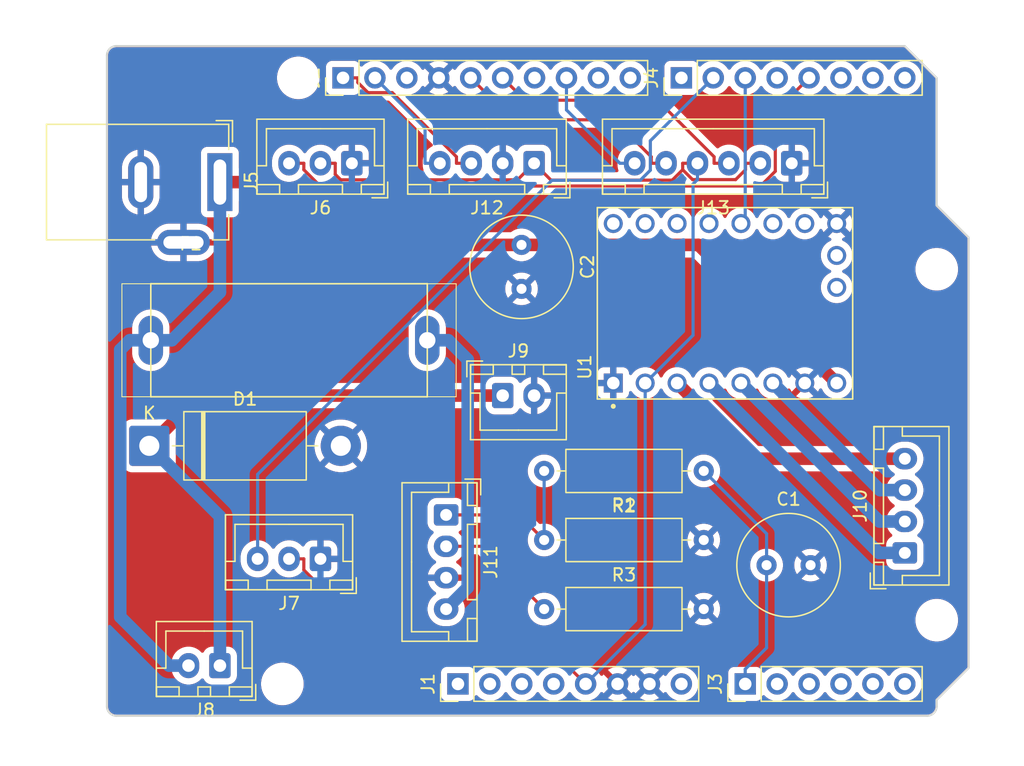
<source format=kicad_pcb>
(kicad_pcb (version 20241229) (generator "pcbnew") (generator_version "9.0")
  (title_block (date "mar. 31 mars 2015"))
  (layers (0 "F.Cu" signal) (2 "B.Cu" signal) (13 "F.Paste" user) (15 "B.Paste" user) (5 "F.SilkS" user "F.Silkscreen") (7 "B.SilkS" user "B.Silkscreen") (1 "F.Mask" user) (3 "B.Mask" user) (25 "Edge.Cuts" user))
  (net 0 "")
  (net 1 "GND")
  (net 3 "+5V")
  (net 4 "/IOREF")
  (net 5 "/A5")
  (net 6 "/A1")
  (net 7 "/A2")
  (net 8 "/A3")
  (net 9 "/SDA{slash}A4")
  (net 10 "/SCL{slash}A5")
  (net 11 "/13")
  (net 12 "/12")
  (net 13 "/AREF")
  (net 14 "/8")
  (net 15 "/7")
  (net 16 "/*11")
  (net 17 "/*10")
  (net 18 "/*9")
  (net 19 "/4")
  (net 20 "/2")
  (net 21 "/*6")
  (net 22 "/*5")
  (net 23 "/TX{slash}1")
  (net 24 "/*3")
  (net 25 "/RX{slash}0")
  (net 26 "+3V3")
  (net 27 "VCC")
  (net 28 "/~{RESET}")
  (net 29 "Net-(D1-K)")
  (net 30 "Net-(J11-Pin_4)")
  (net 31 "/A4")
  (net 32 "/A0")
  (net 33 "Net-(J10-Pin_4)")
  (net 34 "Net-(J10-Pin_2)")
  (net 35 "Net-(J10-Pin_3)")
  (net 36 "Net-(J10-Pin_1)")
  (net 37 "Net-(J11-Pin_2)")
  (net 38 "Net-(J11-Pin_1)")
  (net 47 "Net-(J8-Pin_2)")
  (footprint "Connector_PinHeader_2.54mm:PinHeader_1x08_P2.54mm_Vertical" (layer "F.Cu") (at 127.94 97.46 90)
    (property "Reference" "J1" (at 0 -2.38 90) (layer "F.SilkS"))
    (property "Value" "Power")
    (fp_line (start -1.38 -1.38) (end 0 -1.38) (stroke (width 0.12)) (layer "F.SilkS"))
    (fp_line (start -1.38 0) (end -1.38 -1.38) (stroke (width 0.12)) (layer "F.SilkS"))
    (fp_line (start 1.38 1.27) (end 1.38 19.16) (stroke (width 0.12)) (layer "F.SilkS"))
    (fp_line (start -1.38 1.27) (end 1.38 1.27) (stroke (width 0.12)) (layer "F.SilkS"))
    (fp_line (start -1.38 1.27) (end -1.38 19.16) (stroke (width 0.12)) (layer "F.SilkS"))
    (fp_line (start -1.38 19.16) (end 1.38 19.16) (stroke (width 0.12)) (layer "F.SilkS"))
    (pad "1" thru_hole rect (at 0 0 90) (size 1.7 1.7) (drill 1) (layers "*.Cu" "*.Mask"))
    (pad "2" thru_hole circle (at 0 2.54 90) (size 1.7 1.7) (drill 1) (layers "*.Cu" "*.Mask") (net 4 "/IOREF"))
    (pad "3" thru_hole circle (at 0 5.08 90) (size 1.7 1.7) (drill 1) (layers "*.Cu" "*.Mask") (net 28 "/~{RESET}"))
    (pad "4" thru_hole circle (at 0 7.62 90) (size 1.7 1.7) (drill 1) (layers "*.Cu" "*.Mask") (net 26 "+3V3"))
    (pad "5" thru_hole circle (at 0 10.16 90) (size 1.7 1.7) (drill 1) (layers "*.Cu" "*.Mask") (net 3 "+5V"))
    (pad "6" thru_hole circle (at 0 12.7 90) (size 1.7 1.7) (drill 1) (layers "*.Cu" "*.Mask") (net 1 "GND"))
    (pad "7" thru_hole circle (at 0 15.24 90) (size 1.7 1.7) (drill 1) (layers "*.Cu" "*.Mask") (net 1 "GND"))
    (pad "8" thru_hole circle (at 0 17.78 90) (size 1.7 1.7) (drill 1) (layers "*.Cu" "*.Mask") (net 27 "VCC"))
  )
  (footprint "Connector_PinHeader_2.54mm:PinHeader_1x06_P2.54mm_Vertical" (layer "F.Cu") (at 150.8 97.46 90)
    (property "Reference" "J3" (at 0 -2.38 90) (layer "F.SilkS"))
    (property "Value" "Analog")
    (fp_line (start -1.38 -1.38) (end 0 -1.38) (stroke (width 0.12)) (layer "F.SilkS"))
    (fp_line (start -1.38 0) (end -1.38 -1.38) (stroke (width 0.12)) (layer "F.SilkS"))
    (fp_line (start 1.38 1.27) (end 1.38 14.08) (stroke (width 0.12)) (layer "F.SilkS"))
    (fp_line (start -1.38 1.27) (end 1.38 1.27) (stroke (width 0.12)) (layer "F.SilkS"))
    (fp_line (start -1.38 1.27) (end -1.38 14.08) (stroke (width 0.12)) (layer "F.SilkS"))
    (fp_line (start -1.38 14.08) (end 1.38 14.08) (stroke (width 0.12)) (layer "F.SilkS"))
    (pad "1" thru_hole rect (at 0 0 90) (size 1.7 1.7) (drill 1) (layers "*.Cu" "*.Mask") (net 32 "/A0"))
    (pad "2" thru_hole circle (at 0 2.54 90) (size 1.7 1.7) (drill 1) (layers "*.Cu" "*.Mask") (net 6 "/A1"))
    (pad "3" thru_hole circle (at 0 5.08 90) (size 1.7 1.7) (drill 1) (layers "*.Cu" "*.Mask") (net 7 "/A2"))
    (pad "4" thru_hole circle (at 0 7.62 90) (size 1.7 1.7) (drill 1) (layers "*.Cu" "*.Mask") (net 8 "/A3"))
    (pad "5" thru_hole circle (at 0 10.16 90) (size 1.7 1.7) (drill 1) (layers "*.Cu" "*.Mask") (net 31 "/A4"))
    (pad "6" thru_hole circle (at 0 12.7 90) (size 1.7 1.7) (drill 1) (layers "*.Cu" "*.Mask") (net 5 "/A5"))
  )
  (footprint "Connector_PinHeader_2.54mm:PinHeader_1x10_P2.54mm_Vertical" (layer "F.Cu") (at 118.796 49.2 90)
    (property "Reference" "J2" (at 0 -2.38 90) (layer "F.SilkS"))
    (property "Value" "Digital/PWM")
    (fp_line (start -1.38 -1.38) (end 0 -1.38) (stroke (width 0.12)) (layer "F.SilkS"))
    (fp_line (start -1.38 0) (end -1.38 -1.38) (stroke (width 0.12)) (layer "F.SilkS"))
    (fp_line (start 1.38 1.27) (end 1.38 24.24) (stroke (width 0.12)) (layer "F.SilkS"))
    (fp_line (start -1.38 1.27) (end 1.38 1.27) (stroke (width 0.12)) (layer "F.SilkS"))
    (fp_line (start -1.38 1.27) (end -1.38 24.24) (stroke (width 0.12)) (layer "F.SilkS"))
    (fp_line (start -1.38 24.24) (end 1.38 24.24) (stroke (width 0.12)) (layer "F.SilkS"))
    (pad "1" thru_hole rect (at 0 0 90) (size 1.7 1.7) (drill 1) (layers "*.Cu" "*.Mask") (net 10 "/SCL{slash}A5"))
    (pad "2" thru_hole circle (at 0 2.54 90) (size 1.7 1.7) (drill 1) (layers "*.Cu" "*.Mask") (net 9 "/SDA{slash}A4"))
    (pad "3" thru_hole circle (at 0 5.08 90) (size 1.7 1.7) (drill 1) (layers "*.Cu" "*.Mask") (net 13 "/AREF"))
    (pad "4" thru_hole circle (at 0 7.62 90) (size 1.7 1.7) (drill 1) (layers "*.Cu" "*.Mask") (net 1 "GND"))
    (pad "5" thru_hole circle (at 0 10.16 90) (size 1.7 1.7) (drill 1) (layers "*.Cu" "*.Mask") (net 11 "/13"))
    (pad "6" thru_hole circle (at 0 12.7 90) (size 1.7 1.7) (drill 1) (layers "*.Cu" "*.Mask") (net 12 "/12"))
    (pad "7" thru_hole circle (at 0 15.24 90) (size 1.7 1.7) (drill 1) (layers "*.Cu" "*.Mask") (net 16 "/*11"))
    (pad "8" thru_hole circle (at 0 17.78 90) (size 1.7 1.7) (drill 1) (layers "*.Cu" "*.Mask") (net 17 "/*10"))
    (pad "9" thru_hole circle (at 0 20.32 90) (size 1.7 1.7) (drill 1) (layers "*.Cu" "*.Mask") (net 18 "/*9"))
    (pad "10" thru_hole circle (at 0 22.86 90) (size 1.7 1.7) (drill 1) (layers "*.Cu" "*.Mask") (net 14 "/8"))
  )
  (footprint "Connector_PinHeader_2.54mm:PinHeader_1x08_P2.54mm_Vertical" (layer "F.Cu") (at 145.72 49.2 90)
    (property "Reference" "J4" (at 0 -2.38 90) (layer "F.SilkS"))
    (property "Value" "Digital/PWM")
    (fp_line (start -1.38 -1.38) (end 0 -1.38) (stroke (width 0.12)) (layer "F.SilkS"))
    (fp_line (start -1.38 0) (end -1.38 -1.38) (stroke (width 0.12)) (layer "F.SilkS"))
    (fp_line (start 1.38 1.27) (end 1.38 19.16) (stroke (width 0.12)) (layer "F.SilkS"))
    (fp_line (start -1.38 1.27) (end 1.38 1.27) (stroke (width 0.12)) (layer "F.SilkS"))
    (fp_line (start -1.38 1.27) (end -1.38 19.16) (stroke (width 0.12)) (layer "F.SilkS"))
    (fp_line (start -1.38 19.16) (end 1.38 19.16) (stroke (width 0.12)) (layer "F.SilkS"))
    (pad "1" thru_hole rect (at 0 0 90) (size 1.7 1.7) (drill 1) (layers "*.Cu" "*.Mask") (net 15 "/7"))
    (pad "2" thru_hole circle (at 0 2.54 90) (size 1.7 1.7) (drill 1) (layers "*.Cu" "*.Mask") (net 21 "/*6"))
    (pad "3" thru_hole circle (at 0 5.08 90) (size 1.7 1.7) (drill 1) (layers "*.Cu" "*.Mask") (net 22 "/*5"))
    (pad "4" thru_hole circle (at 0 7.62 90) (size 1.7 1.7) (drill 1) (layers "*.Cu" "*.Mask") (net 19 "/4"))
    (pad "5" thru_hole circle (at 0 10.16 90) (size 1.7 1.7) (drill 1) (layers "*.Cu" "*.Mask") (net 24 "/*3"))
    (pad "6" thru_hole circle (at 0 12.7 90) (size 1.7 1.7) (drill 1) (layers "*.Cu" "*.Mask") (net 20 "/2"))
    (pad "7" thru_hole circle (at 0 15.24 90) (size 1.7 1.7) (drill 1) (layers "*.Cu" "*.Mask") (net 23 "/TX{slash}1"))
    (pad "8" thru_hole circle (at 0 17.78 90) (size 1.7 1.7) (drill 1) (layers "*.Cu" "*.Mask") (net 25 "/RX{slash}0"))
  )
  (footprint "Connector_JST:JST_XH_B3B-XH-A_1x03_P2.50mm_Vertical" (layer "F.Cu") (at 117 87.5 180)
    (property "Reference" "J7" (at 2.5 -3.55 0) (layer "F.SilkS"))
    (property "Value" "Relay_low")
    (fp_line (start 7.56 3.51) (end 7.56 -2.46) (stroke (width 0.12)) (layer "F.SilkS"))
    (fp_line (start 7.56 -2.46) (end -2.56 -2.46) (stroke (width 0.12)) (layer "F.SilkS"))
    (fp_line (start 7.55 -0.2) (end 6.8 -0.2) (stroke (width 0.12)) (layer "F.SilkS"))
    (fp_line (start 7.55 -1.7) (end 7.55 -2.45) (stroke (width 0.12)) (layer "F.SilkS"))
    (fp_line (start 7.55 -2.45) (end 5.75 -2.45) (stroke (width 0.12)) (layer "F.SilkS"))
    (fp_line (start 6.8 2.75) (end 2.5 2.75) (stroke (width 0.12)) (layer "F.SilkS"))
    (fp_line (start 6.8 -0.2) (end 6.8 2.75) (stroke (width 0.12)) (layer "F.SilkS"))
    (fp_line (start 5.75 -1.7) (end 7.55 -1.7) (stroke (width 0.12)) (layer "F.SilkS"))
    (fp_line (start 5.75 -2.45) (end 5.75 -1.7) (stroke (width 0.12)) (layer "F.SilkS"))
    (fp_line (start 4.25 -1.7) (end 4.25 -2.45) (stroke (width 0.12)) (layer "F.SilkS"))
    (fp_line (start 4.25 -2.45) (end 0.75 -2.45) (stroke (width 0.12)) (layer "F.SilkS"))
    (fp_line (start 0.75 -1.7) (end 4.25 -1.7) (stroke (width 0.12)) (layer "F.SilkS"))
    (fp_line (start 0.75 -2.45) (end 0.75 -1.7) (stroke (width 0.12)) (layer "F.SilkS"))
    (fp_line (start -0.75 -1.7) (end -0.75 -2.45) (stroke (width 0.12)) (layer "F.SilkS"))
    (fp_line (start -0.75 -2.45) (end -2.55 -2.45) (stroke (width 0.12)) (layer "F.SilkS"))
    (fp_line (start -1.6 -2.75) (end -2.85 -2.75) (stroke (width 0.12)) (layer "F.SilkS"))
    (fp_line (start -1.8 2.75) (end 2.5 2.75) (stroke (width 0.12)) (layer "F.SilkS"))
    (fp_line (start -1.8 -0.2) (end -1.8 2.75) (stroke (width 0.12)) (layer "F.SilkS"))
    (fp_line (start -2.55 -0.2) (end -1.8 -0.2) (stroke (width 0.12)) (layer "F.SilkS"))
    (fp_line (start -2.55 -1.7) (end -0.75 -1.7) (stroke (width 0.12)) (layer "F.SilkS"))
    (fp_line (start -2.55 -2.45) (end -2.55 -1.7) (stroke (width 0.12)) (layer "F.SilkS"))
    (fp_line (start -2.56 3.51) (end 7.56 3.51) (stroke (width 0.12)) (layer "F.SilkS"))
    (fp_line (start -2.56 -2.46) (end -2.56 3.51) (stroke (width 0.12)) (layer "F.SilkS"))
    (fp_line (start -2.85 -2.75) (end -2.85 -1.5) (stroke (width 0.12)) (layer "F.SilkS"))
    (pad "1" thru_hole roundrect (at 0 0 180) (size 1.7 1.95) (drill 0.95) (layers "*.Cu" "*.Mask") (roundrect_rratio 0.147059) (net 1 "GND"))
    (pad "2" thru_hole oval (at 2.5 0 180) (size 1.7 1.95) (drill 0.95) (layers "*.Cu" "*.Mask") (net 3 "+5V"))
    (pad "3" thru_hole oval (at 5 0 180) (size 1.7 1.95) (drill 0.95) (layers "*.Cu" "*.Mask") (net 21 "/*6"))
  )
  (footprint "MC000827:MC000827" (layer "F.Cu") (at 103.5 65.5932)
    (property "Reference" "F1" (at 3.175 -3.175 0) (layer "F.SilkS"))
    (property "Value" "MC000827")
    (fp_line (start -2.3 0) (end 24.3 0) (stroke (width 0.0762)) (layer "F.SilkS"))
    (fp_line (start -2.3 9) (end -2.3 0) (stroke (width 0.0762)) (layer "F.SilkS"))
    (fp_line (start 0 0) (end 22 0) (stroke (width 0.127)) (layer "F.SilkS"))
    (fp_line (start 0 9) (end 0 0) (stroke (width 0.127)) (layer "F.SilkS"))
    (fp_line (start 22 0) (end 22 9) (stroke (width 0.127)) (layer "F.SilkS"))
    (fp_line (start 22 9) (end 0 9) (stroke (width 0.127)) (layer "F.SilkS"))
    (fp_line (start 24.3 0) (end 24.3 9) (stroke (width 0.0762)) (layer "F.SilkS"))
    (fp_line (start 24.3 9) (end -2.3 9) (stroke (width 0.0762)) (layer "F.SilkS"))
    (pad "P$1" thru_hole oval (at 22 4.5) (size 1.95 3.9) (drill 1.3) (layers "*.Cu" "*.Mask") (net 30 "Net-(J11-Pin_4)"))
    (pad "P$2" thru_hole oval (at 0 4.5) (size 1.95 3.9) (drill 1.3) (layers "*.Cu" "*.Mask") (net 47 "Net-(J8-Pin_2)"))
  )
  (footprint "Connector_JST:JST_XH_B4B-XH-A_1x04_P2.50mm_Vertical" (layer "F.Cu") (at 163.5 87.025 90)
    (property "Reference" "J10" (at 3.75 -3.55 90) (layer "F.SilkS"))
    (property "Value" "To_Motor")
    (fp_line (start -1.6 -2.75) (end -2.85 -2.75) (stroke (width 0.12)) (layer "F.SilkS"))
    (fp_line (start -2.85 -2.75) (end -2.85 -1.5) (stroke (width 0.12)) (layer "F.SilkS"))
    (fp_line (start 10.06 -2.46) (end -2.56 -2.46) (stroke (width 0.12)) (layer "F.SilkS"))
    (fp_line (start -2.56 -2.46) (end -2.56 3.51) (stroke (width 0.12)) (layer "F.SilkS"))
    (fp_line (start 10.05 -2.45) (end 8.25 -2.45) (stroke (width 0.12)) (layer "F.SilkS"))
    (fp_line (start 8.25 -2.45) (end 8.25 -1.7) (stroke (width 0.12)) (layer "F.SilkS"))
    (fp_line (start 6.75 -2.45) (end 0.75 -2.45) (stroke (width 0.12)) (layer "F.SilkS"))
    (fp_line (start 0.75 -2.45) (end 0.75 -1.7) (stroke (width 0.12)) (layer "F.SilkS"))
    (fp_line (start -0.75 -2.45) (end -2.55 -2.45) (stroke (width 0.12)) (layer "F.SilkS"))
    (fp_line (start -2.55 -2.45) (end -2.55 -1.7) (stroke (width 0.12)) (layer "F.SilkS"))
    (fp_line (start 10.05 -1.7) (end 10.05 -2.45) (stroke (width 0.12)) (layer "F.SilkS"))
    (fp_line (start 8.25 -1.7) (end 10.05 -1.7) (stroke (width 0.12)) (layer "F.SilkS"))
    (fp_line (start 6.75 -1.7) (end 6.75 -2.45) (stroke (width 0.12)) (layer "F.SilkS"))
    (fp_line (start 0.75 -1.7) (end 6.75 -1.7) (stroke (width 0.12)) (layer "F.SilkS"))
    (fp_line (start -0.75 -1.7) (end -0.75 -2.45) (stroke (width 0.12)) (layer "F.SilkS"))
    (fp_line (start -2.55 -1.7) (end -0.75 -1.7) (stroke (width 0.12)) (layer "F.SilkS"))
    (fp_line (start 10.05 -0.2) (end 9.3 -0.2) (stroke (width 0.12)) (layer "F.SilkS"))
    (fp_line (start 9.3 -0.2) (end 9.3 2.75) (stroke (width 0.12)) (layer "F.SilkS"))
    (fp_line (start -1.8 -0.2) (end -1.8 2.75) (stroke (width 0.12)) (layer "F.SilkS"))
    (fp_line (start -2.55 -0.2) (end -1.8 -0.2) (stroke (width 0.12)) (layer "F.SilkS"))
    (fp_line (start 9.3 2.75) (end 3.75 2.75) (stroke (width 0.12)) (layer "F.SilkS"))
    (fp_line (start -1.8 2.75) (end 3.75 2.75) (stroke (width 0.12)) (layer "F.SilkS"))
    (fp_line (start 10.06 3.51) (end 10.06 -2.46) (stroke (width 0.12)) (layer "F.SilkS"))
    (fp_line (start -2.56 3.51) (end 10.06 3.51) (stroke (width 0.12)) (layer "F.SilkS"))
    (pad "1" thru_hole roundrect (at 0 0 90) (size 1.7 1.95) (drill 0.95) (layers "*.Cu" "*.Mask") (roundrect_rratio 0.147059) (net 36 "Net-(J10-Pin_1)"))
    (pad "2" thru_hole oval (at 2.5 0 90) (size 1.7 1.95) (drill 0.95) (layers "*.Cu" "*.Mask") (net 34 "Net-(J10-Pin_2)"))
    (pad "3" thru_hole oval (at 5 0 90) (size 1.7 1.95) (drill 0.95) (layers "*.Cu" "*.Mask") (net 35 "Net-(J10-Pin_3)"))
    (pad "4" thru_hole oval (at 7.5 0 90) (size 1.7 1.95) (drill 0.95) (layers "*.Cu" "*.Mask") (net 33 "Net-(J10-Pin_4)"))
  )
  (footprint "Resistor_THT:R_Axial_DIN0309_L9.0mm_D3.2mm_P12.70mm_Horizontal" (layer "F.Cu") (at 134.8 91.5)
    (property "Reference" "R3" (at 6.35 -2.72 0) (layer "F.SilkS"))
    (property "Value" "470")
    (fp_line (start 1.04 0) (end 1.73 0) (stroke (width 0.12)) (layer "F.SilkS"))
    (fp_line (start 11.66 0) (end 10.97 0) (stroke (width 0.12)) (layer "F.SilkS"))
    (fp_rect (start 1.73 -1.72) (end 10.97 1.72) (stroke (width 0.12)) (fill no) (layer "F.SilkS"))
    (pad "1" thru_hole circle (at 0 0) (size 1.6 1.6) (drill 0.8) (layers "*.Cu" "*.Mask") (net 37 "Net-(J11-Pin_2)"))
    (pad "2" thru_hole circle (at 12.7 0) (size 1.6 1.6) (drill 0.8) (layers "*.Cu" "*.Mask") (net 1 "GND"))
  )
  (footprint "Connector_JST:JST_XH_B2B-XH-A_1x02_P2.50mm_Vertical" (layer "F.Cu") (at 109 96 180)
    (property "Reference" "J8" (at 1.25 -3.55 0) (layer "F.SilkS"))
    (property "Value" "Relay_High")
    (fp_line (start 5.06 3.51) (end 5.06 -2.46) (stroke (width 0.12)) (layer "F.SilkS"))
    (fp_line (start 5.06 -2.46) (end -2.56 -2.46) (stroke (width 0.12)) (layer "F.SilkS"))
    (fp_line (start 5.05 -0.2) (end 4.3 -0.2) (stroke (width 0.12)) (layer "F.SilkS"))
    (fp_line (start 5.05 -1.7) (end 5.05 -2.45) (stroke (width 0.12)) (layer "F.SilkS"))
    (fp_line (start 5.05 -2.45) (end 3.25 -2.45) (stroke (width 0.12)) (layer "F.SilkS"))
    (fp_line (start 4.3 2.75) (end 1.25 2.75) (stroke (width 0.12)) (layer "F.SilkS"))
    (fp_line (start 4.3 -0.2) (end 4.3 2.75) (stroke (width 0.12)) (layer "F.SilkS"))
    (fp_line (start 3.25 -1.7) (end 5.05 -1.7) (stroke (width 0.12)) (layer "F.SilkS"))
    (fp_line (start 3.25 -2.45) (end 3.25 -1.7) (stroke (width 0.12)) (layer "F.SilkS"))
    (fp_line (start 1.75 -1.7) (end 1.75 -2.45) (stroke (width 0.12)) (layer "F.SilkS"))
    (fp_line (start 1.75 -2.45) (end 0.75 -2.45) (stroke (width 0.12)) (layer "F.SilkS"))
    (fp_line (start 0.75 -1.7) (end 1.75 -1.7) (stroke (width 0.12)) (layer "F.SilkS"))
    (fp_line (start 0.75 -2.45) (end 0.75 -1.7) (stroke (width 0.12)) (layer "F.SilkS"))
    (fp_line (start -0.75 -1.7) (end -0.75 -2.45) (stroke (width 0.12)) (layer "F.SilkS"))
    (fp_line (start -0.75 -2.45) (end -2.55 -2.45) (stroke (width 0.12)) (layer "F.SilkS"))
    (fp_line (start -1.6 -2.75) (end -2.85 -2.75) (stroke (width 0.12)) (layer "F.SilkS"))
    (fp_line (start -1.8 2.75) (end 1.25 2.75) (stroke (width 0.12)) (layer "F.SilkS"))
    (fp_line (start -1.8 -0.2) (end -1.8 2.75) (stroke (width 0.12)) (layer "F.SilkS"))
    (fp_line (start -2.55 -0.2) (end -1.8 -0.2) (stroke (width 0.12)) (layer "F.SilkS"))
    (fp_line (start -2.55 -1.7) (end -0.75 -1.7) (stroke (width 0.12)) (layer "F.SilkS"))
    (fp_line (start -2.55 -2.45) (end -2.55 -1.7) (stroke (width 0.12)) (layer "F.SilkS"))
    (fp_line (start -2.56 3.51) (end 5.06 3.51) (stroke (width 0.12)) (layer "F.SilkS"))
    (fp_line (start -2.56 -2.46) (end -2.56 3.51) (stroke (width 0.12)) (layer "F.SilkS"))
    (fp_line (start -2.85 -2.75) (end -2.85 -1.5) (stroke (width 0.12)) (layer "F.SilkS"))
    (pad "1" thru_hole roundrect (at 0 0 180) (size 1.7 2) (drill 1) (layers "*.Cu" "*.Mask") (roundrect_rratio 0.147059) (net 29 "Net-(D1-K)"))
    (pad "2" thru_hole oval (at 2.5 0 180) (size 1.7 2) (drill 1) (layers "*.Cu" "*.Mask") (net 47 "Net-(J8-Pin_2)"))
  )
  (footprint "Arduino_MountingHole:MountingHole_3.2mm" (layer "F.Cu") (at 115.24 49.2)
    (property "Reference" "MH1" (hide yes))
    (property "Value" "MountingHole_3.2mm" (hide yes))
    (pad "" np_thru_hole circle (at 0 0) (size 3.2 3.2) (drill 3.2) (layers "*.Cu" "*.Mask"))
  )
  (footprint "Connector_JST:JST_XH_B3B-XH-A_1x03_P2.50mm_Vertical" (layer "F.Cu") (at 119.5 56 180)
    (property "Reference" "J6" (at 2.5 -3.55 0) (layer "F.SilkS"))
    (property "Value" "IR_switch")
    (fp_line (start 7.56 3.51) (end 7.56 -2.46) (stroke (width 0.12)) (layer "F.SilkS"))
    (fp_line (start 7.56 -2.46) (end -2.56 -2.46) (stroke (width 0.12)) (layer "F.SilkS"))
    (fp_line (start 7.55 -0.2) (end 6.8 -0.2) (stroke (width 0.12)) (layer "F.SilkS"))
    (fp_line (start 7.55 -1.7) (end 7.55 -2.45) (stroke (width 0.12)) (layer "F.SilkS"))
    (fp_line (start 7.55 -2.45) (end 5.75 -2.45) (stroke (width 0.12)) (layer "F.SilkS"))
    (fp_line (start 6.8 2.75) (end 2.5 2.75) (stroke (width 0.12)) (layer "F.SilkS"))
    (fp_line (start 6.8 -0.2) (end 6.8 2.75) (stroke (width 0.12)) (layer "F.SilkS"))
    (fp_line (start 5.75 -1.7) (end 7.55 -1.7) (stroke (width 0.12)) (layer "F.SilkS"))
    (fp_line (start 5.75 -2.45) (end 5.75 -1.7) (stroke (width 0.12)) (layer "F.SilkS"))
    (fp_line (start 4.25 -1.7) (end 4.25 -2.45) (stroke (width 0.12)) (layer "F.SilkS"))
    (fp_line (start 4.25 -2.45) (end 0.75 -2.45) (stroke (width 0.12)) (layer "F.SilkS"))
    (fp_line (start 0.75 -1.7) (end 4.25 -1.7) (stroke (width 0.12)) (layer "F.SilkS"))
    (fp_line (start 0.75 -2.45) (end 0.75 -1.7) (stroke (width 0.12)) (layer "F.SilkS"))
    (fp_line (start -0.75 -1.7) (end -0.75 -2.45) (stroke (width 0.12)) (layer "F.SilkS"))
    (fp_line (start -0.75 -2.45) (end -2.55 -2.45) (stroke (width 0.12)) (layer "F.SilkS"))
    (fp_line (start -1.6 -2.75) (end -2.85 -2.75) (stroke (width 0.12)) (layer "F.SilkS"))
    (fp_line (start -1.8 2.75) (end 2.5 2.75) (stroke (width 0.12)) (layer "F.SilkS"))
    (fp_line (start -1.8 -0.2) (end -1.8 2.75) (stroke (width 0.12)) (layer "F.SilkS"))
    (fp_line (start -2.55 -0.2) (end -1.8 -0.2) (stroke (width 0.12)) (layer "F.SilkS"))
    (fp_line (start -2.55 -1.7) (end -0.75 -1.7) (stroke (width 0.12)) (layer "F.SilkS"))
    (fp_line (start -2.55 -2.45) (end -2.55 -1.7) (stroke (width 0.12)) (layer "F.SilkS"))
    (fp_line (start -2.56 3.51) (end 7.56 3.51) (stroke (width 0.12)) (layer "F.SilkS"))
    (fp_line (start -2.56 -2.46) (end -2.56 3.51) (stroke (width 0.12)) (layer "F.SilkS"))
    (fp_line (start -2.85 -2.75) (end -2.85 -1.5) (stroke (width 0.12)) (layer "F.SilkS"))
    (pad "1" thru_hole roundrect (at 0 0 180) (size 1.7 1.95) (drill 0.95) (layers "*.Cu" "*.Mask") (roundrect_rratio 0.147059) (net 1 "GND"))
    (pad "2" thru_hole oval (at 2.5 0 180) (size 1.7 1.95) (drill 0.95) (layers "*.Cu" "*.Mask") (net 3 "+5V"))
    (pad "3" thru_hole oval (at 5 0 180) (size 1.7 1.95) (drill 0.95) (layers "*.Cu" "*.Mask") (net 24 "/*3"))
  )
  (footprint "Capacitor_THT:C_Radial_D8.0mm_H7.0mm_P3.50mm" (layer "F.Cu") (at 152.5 88)
    (property "Reference" "C1" (at 1.75 -5.25 0) (layer "F.SilkS"))
    (property "Value" "0.1U")
    (fp_circle (center 1.75 0) (end 5.87 0) (stroke (width 0.12)) (fill no) (layer "F.SilkS"))
    (pad "1" thru_hole circle (at 0 0) (size 1.6 1.6) (drill 0.8) (layers "*.Cu" "*.Mask") (net 32 "/A0"))
    (pad "2" thru_hole circle (at 3.5 0) (size 1.6 1.6) (drill 0.8) (layers "*.Cu" "*.Mask") (net 1 "GND"))
  )
  (footprint "Connector_BarrelJack:BarrelJack_GCT_DCJ200-10-A_Horizontal" (layer "F.Cu") (at 109 57.5 -90)
    (property "Reference" "J5" (at 0 -2.5 270) (layer "F.SilkS"))
    (property "Value" "Barrel_Jack_Switch_Pin3Ring")
    (fp_line (start -4.6 13.8) (end -4.6 -0.7) (stroke (width 0.12)) (layer "F.SilkS"))
    (fp_line (start 4.6 13.8) (end -4.6 13.8) (stroke (width 0.12)) (layer "F.SilkS"))
    (fp_line (start 4.6 5.2) (end 4.6 13.8) (stroke (width 0.12)) (layer "F.SilkS"))
    (fp_line (start -4.6 -0.7) (end -2.6 -0.7) (stroke (width 0.12)) (layer "F.SilkS"))
    (fp_line (start 2.6 -0.7) (end 4.6 -0.7) (stroke (width 0.12)) (layer "F.SilkS"))
    (fp_line (start 4.6 -0.7) (end 4.6 0.6) (stroke (width 0.12)) (layer "F.SilkS"))
    (fp_line (start -4.9 -1) (end -4.9 0.3) (stroke (width 0.12)) (layer "F.SilkS"))
    (fp_line (start -3.2 -1) (end -4.9 -1) (stroke (width 0.12)) (layer "F.SilkS"))
    (pad "1" thru_hole rect (at 0 0 270) (size 4.6 2) (drill oval 3.6 1) (layers "*.Cu" "*.Mask") (net 47 "Net-(J8-Pin_2)"))
    (pad "2" thru_hole oval (at 0 6.3 270) (size 4.2 2) (drill oval 3.2 1) (layers "*.Cu" "*.Mask") (net 1 "GND"))
    (pad "3" thru_hole oval (at 4.8 2.9 270) (size 2 4.2) (drill oval 1 3.2) (layers "*.Cu" "*.Mask") (net 1 "GND"))
  )
  (footprint "Diode_THT:D_DO-201AD_P15.24mm_Horizontal" (layer "F.Cu") (at 103.38 78.5)
    (property "Reference" "D1" (at 7.62 -3.72 0) (layer "F.SilkS"))
    (property "Value" "1N5404")
    (fp_line (start 1.84 0) (end 2.75 0) (stroke (width 0.12)) (layer "F.SilkS"))
    (fp_line (start 4.175 -2.72) (end 4.175 2.72) (stroke (width 0.12)) (layer "F.SilkS"))
    (fp_line (start 4.295 -2.72) (end 4.295 2.72) (stroke (width 0.12)) (layer "F.SilkS"))
    (fp_line (start 4.415 -2.72) (end 4.415 2.72) (stroke (width 0.12)) (layer "F.SilkS"))
    (fp_line (start 13.4 0) (end 12.49 0) (stroke (width 0.12)) (layer "F.SilkS"))
    (fp_rect (start 2.75 -2.72) (end 12.49 2.72) (stroke (width 0.12)) (fill no) (layer "F.SilkS"))
    (fp_text user "K" (at 0 -2.6 0) (layer "F.SilkS"))
    (pad "1" thru_hole roundrect (at 0 0) (size 3.2 3.2) (drill 1.6) (layers "*.Cu" "*.Mask") (roundrect_rratio 0.078125) (net 29 "Net-(D1-K)"))
    (pad "2" thru_hole circle (at 15.24 0) (size 3.2 3.2) (drill 1.6) (layers "*.Cu" "*.Mask") (net 1 "GND"))
  )
  (footprint "Connector_JST:JST_XH_B6B-XH-A_1x06_P2.50mm_Vertical" (layer "F.Cu") (at 154.5 56 180)
    (property "Reference" "J13" (at 6.25 -3.55 0) (layer "F.SilkS"))
    (property "Value" "AS5048A")
    (fp_line (start 15.06 3.51) (end 15.06 -2.46) (stroke (width 0.12)) (layer "F.SilkS"))
    (fp_line (start 15.06 -2.46) (end -2.56 -2.46) (stroke (width 0.12)) (layer "F.SilkS"))
    (fp_line (start 15.05 -0.2) (end 14.3 -0.2) (stroke (width 0.12)) (layer "F.SilkS"))
    (fp_line (start 15.05 -1.7) (end 15.05 -2.45) (stroke (width 0.12)) (layer "F.SilkS"))
    (fp_line (start 15.05 -2.45) (end 13.25 -2.45) (stroke (width 0.12)) (layer "F.SilkS"))
    (fp_line (start 14.3 2.75) (end 6.25 2.75) (stroke (width 0.12)) (layer "F.SilkS"))
    (fp_line (start 14.3 -0.2) (end 14.3 2.75) (stroke (width 0.12)) (layer "F.SilkS"))
    (fp_line (start 13.25 -1.7) (end 15.05 -1.7) (stroke (width 0.12)) (layer "F.SilkS"))
    (fp_line (start 13.25 -2.45) (end 13.25 -1.7) (stroke (width 0.12)) (layer "F.SilkS"))
    (fp_line (start 11.75 -1.7) (end 11.75 -2.45) (stroke (width 0.12)) (layer "F.SilkS"))
    (fp_line (start 11.75 -2.45) (end 0.75 -2.45) (stroke (width 0.12)) (layer "F.SilkS"))
    (fp_line (start 0.75 -1.7) (end 11.75 -1.7) (stroke (width 0.12)) (layer "F.SilkS"))
    (fp_line (start 0.75 -2.45) (end 0.75 -1.7) (stroke (width 0.12)) (layer "F.SilkS"))
    (fp_line (start -0.75 -1.7) (end -0.75 -2.45) (stroke (width 0.12)) (layer "F.SilkS"))
    (fp_line (start -0.75 -2.45) (end -2.55 -2.45) (stroke (width 0.12)) (layer "F.SilkS"))
    (fp_line (start -1.6 -2.75) (end -2.85 -2.75) (stroke (width 0.12)) (layer "F.SilkS"))
    (fp_line (start -1.8 2.75) (end 6.25 2.75) (stroke (width 0.12)) (layer "F.SilkS"))
    (fp_line (start -1.8 -0.2) (end -1.8 2.75) (stroke (width 0.12)) (layer "F.SilkS"))
    (fp_line (start -2.55 -0.2) (end -1.8 -0.2) (stroke (width 0.12)) (layer "F.SilkS"))
    (fp_line (start -2.55 -1.7) (end -0.75 -1.7) (stroke (width 0.12)) (layer "F.SilkS"))
    (fp_line (start -2.55 -2.45) (end -2.55 -1.7) (stroke (width 0.12)) (layer "F.SilkS"))
    (fp_line (start -2.56 3.51) (end 15.06 3.51) (stroke (width 0.12)) (layer "F.SilkS"))
    (fp_line (start -2.56 -2.46) (end -2.56 3.51) (stroke (width 0.12)) (layer "F.SilkS"))
    (fp_line (start -2.85 -2.75) (end -2.85 -1.5) (stroke (width 0.12)) (layer "F.SilkS"))
    (pad "1" thru_hole roundrect (at 0 0 180) (size 1.7 1.95) (drill 0.95) (layers "*.Cu" "*.Mask") (roundrect_rratio 0.147059) (net 1 "GND"))
    (pad "2" thru_hole oval (at 2.5 0 180) (size 1.7 1.95) (drill 0.95) (layers "*.Cu" "*.Mask") (net 3 "+5V"))
    (pad "3" thru_hole oval (at 5 0 180) (size 1.7 1.95) (drill 0.95) (layers "*.Cu" "*.Mask") (net 12 "/12"))
    (pad "4" thru_hole oval (at 7.5 0 180) (size 1.7 1.95) (drill 0.95) (layers "*.Cu" "*.Mask") (net 3 "+5V"))
    (pad "5" thru_hole oval (at 10 0 180) (size 1.7 1.95) (drill 0.95) (layers "*.Cu" "*.Mask") (net 11 "/13"))
    (pad "6" thru_hole oval (at 12.5 0 180) (size 1.7 1.95) (drill 0.95) (layers "*.Cu" "*.Mask") (net 17 "/*10"))
  )
  (footprint "Resistor_THT:R_Axial_DIN0309_L9.0mm_D3.2mm_P12.70mm_Horizontal" (layer "F.Cu") (at 134.8 86)
    (property "Reference" "R2" (at 6.35 -2.72 0) (layer "F.SilkS"))
    (property "Value" "220")
    (fp_line (start 1.04 0) (end 1.73 0) (stroke (width 0.12)) (layer "F.SilkS"))
    (fp_line (start 11.66 0) (end 10.97 0) (stroke (width 0.12)) (layer "F.SilkS"))
    (fp_rect (start 1.73 -1.72) (end 10.97 1.72) (stroke (width 0.12)) (fill no) (layer "F.SilkS"))
    (pad "1" thru_hole circle (at 0 0) (size 1.6 1.6) (drill 0.8) (layers "*.Cu" "*.Mask") (net 38 "Net-(J11-Pin_1)"))
    (pad "2" thru_hole circle (at 12.7 0) (size 1.6 1.6) (drill 0.8) (layers "*.Cu" "*.Mask") (net 1 "GND"))
  )
  (footprint "TMC2209_SILENTSTEPSTICK:MODULE_TMC2209_SILENTSTEPSTICK" (layer "F.Cu") (at 149.19 67.15 90)
    (property "Reference" "U1" (at -5.075 -11.155 90) (layer "F.SilkS"))
    (property "Value" "TMC2209_SILENTSTEPSTICK")
    (fp_line (start 7.62 -10.16) (end 7.62 10.16) (stroke (width 0.127)) (layer "F.SilkS"))
    (fp_line (start -7.62 -10.16) (end 7.62 -10.16) (stroke (width 0.127)) (layer "F.SilkS"))
    (fp_line (start 7.62 10.16) (end -7.62 10.16) (stroke (width 0.127)) (layer "F.SilkS"))
    (fp_line (start -7.62 10.16) (end -7.62 -10.16) (stroke (width 0.127)) (layer "F.SilkS"))
    (fp_circle (center -8.2 -8.89) (end -8.1 -8.89) (stroke (width 0.2)) (fill no) (layer "F.SilkS"))
    (pad "1" thru_hole rect (at -6.35 -8.89 90) (size 1.508 1.508) (drill 1) (layers "*.Cu" "*.Mask") (net 1 "GND"))
    (pad "2" thru_hole circle (at -6.35 -6.35 90) (size 1.508 1.508) (drill 1) (layers "*.Cu" "*.Mask") (net 3 "+5V"))
    (pad "3" thru_hole circle (at -6.35 -3.81 90) (size 1.508 1.508) (drill 1) (layers "*.Cu" "*.Mask") (net 33 "Net-(J10-Pin_4)"))
    (pad "4" thru_hole circle (at -6.35 -1.27 90) (size 1.508 1.508) (drill 1) (layers "*.Cu" "*.Mask") (net 36 "Net-(J10-Pin_1)"))
    (pad "5" thru_hole circle (at -6.35 1.27 90) (size 1.508 1.508) (drill 1) (layers "*.Cu" "*.Mask") (net 34 "Net-(J10-Pin_2)"))
    (pad "6" thru_hole circle (at -6.35 3.81 90) (size 1.508 1.508) (drill 1) (layers "*.Cu" "*.Mask") (net 35 "Net-(J10-Pin_3)"))
    (pad "7" thru_hole circle (at -6.35 6.35 90) (size 1.508 1.508) (drill 1) (layers "*.Cu" "*.Mask") (net 1 "GND"))
    (pad "8" thru_hole circle (at -6.35 8.89 90) (size 1.508 1.508) (drill 1) (layers "*.Cu" "*.Mask") (net 47 "Net-(J8-Pin_2)"))
    (pad "9" thru_hole circle (at 6.35 -8.89 90) (size 1.508 1.508) (drill 1) (layers "*.Cu" "*.Mask"))
    (pad "10" thru_hole circle (at 6.35 -6.35 90) (size 1.508 1.508) (drill 1) (layers "*.Cu" "*.Mask"))
    (pad "11" thru_hole circle (at 6.35 -3.81 90) (size 1.508 1.508) (drill 1) (layers "*.Cu" "*.Mask"))
    (pad "12" thru_hole circle (at 6.35 -1.27 90) (size 1.508 1.508) (drill 1) (layers "*.Cu" "*.Mask"))
    (pad "13" thru_hole circle (at 6.35 1.27 90) (size 1.508 1.508) (drill 1) (layers "*.Cu" "*.Mask") (net 22 "/*5"))
    (pad "14" thru_hole circle (at 6.35 3.81 90) (size 1.508 1.508) (drill 1) (layers "*.Cu" "*.Mask"))
    (pad "15" thru_hole circle (at 6.35 6.35 90) (size 1.508 1.508) (drill 1) (layers "*.Cu" "*.Mask"))
    (pad "16" thru_hole circle (at 6.35 8.89 90) (size 1.508 1.508) (drill 1) (layers "*.Cu" "*.Mask") (net 1 "GND"))
    (pad "17" thru_hole circle (at 1.27 8.89 90) (size 1.508 1.508) (drill 1) (layers "*.Cu" "*.Mask"))
    (pad "18" thru_hole circle (at 3.81 8.89 90) (size 1.508 1.508) (drill 1) (layers "*.Cu" "*.Mask"))
  )
  (footprint "Resistor_THT:R_Axial_DIN0309_L9.0mm_D3.2mm_P12.70mm_Horizontal" (layer "F.Cu") (at 147.5 80.5 180)
    (property "Reference" "R1" (at 6.35 -2.72 0) (layer "F.SilkS"))
    (property "Value" "1M")
    (fp_line (start 11.66 0) (end 10.97 0) (stroke (width 0.12)) (layer "F.SilkS"))
    (fp_line (start 1.04 0) (end 1.73 0) (stroke (width 0.12)) (layer "F.SilkS"))
    (fp_rect (start 1.73 -1.72) (end 10.97 1.72) (stroke (width 0.12)) (fill no) (layer "F.SilkS"))
    (pad "1" thru_hole circle (at 0 0 180) (size 1.6 1.6) (drill 0.8) (layers "*.Cu" "*.Mask") (net 32 "/A0"))
    (pad "2" thru_hole circle (at 12.7 0 180) (size 1.6 1.6) (drill 0.8) (layers "*.Cu" "*.Mask") (net 38 "Net-(J11-Pin_1)"))
  )
  (footprint "Arduino_MountingHole:MountingHole_3.2mm" (layer "F.Cu") (at 113.97 97.46)
    (property "Reference" "MH2" (hide yes))
    (property "Value" "MountingHole_3.2mm" (hide yes))
    (pad "" np_thru_hole circle (at 0 0) (size 3.2 3.2) (drill 3.2) (layers "*.Cu" "*.Mask"))
  )
  (footprint "Arduino_MountingHole:MountingHole_3.2mm" (layer "F.Cu") (at 166.04 64.44)
    (property "Reference" "MH3" (hide yes))
    (property "Value" "MountingHole_3.2mm" (hide yes))
    (pad "" np_thru_hole circle (at 0 0) (size 3.2 3.2) (drill 3.2) (layers "*.Cu" "*.Mask"))
  )
  (footprint "Connector_JST:JST_XH_B2B-XH-A_1x02_P2.50mm_Vertical" (layer "F.Cu") (at 131.5 74.5)
    (property "Reference" "J9" (at 1.25 -3.55 0) (layer "F.SilkS"))
    (property "Value" "Valve")
    (fp_line (start -2.85 -2.75) (end -2.85 -1.5) (stroke (width 0.12)) (layer "F.SilkS"))
    (fp_line (start -2.56 -2.46) (end -2.56 3.51) (stroke (width 0.12)) (layer "F.SilkS"))
    (fp_line (start -2.56 3.51) (end 5.06 3.51) (stroke (width 0.12)) (layer "F.SilkS"))
    (fp_line (start -2.55 -2.45) (end -2.55 -1.7) (stroke (width 0.12)) (layer "F.SilkS"))
    (fp_line (start -2.55 -1.7) (end -0.75 -1.7) (stroke (width 0.12)) (layer "F.SilkS"))
    (fp_line (start -2.55 -0.2) (end -1.8 -0.2) (stroke (width 0.12)) (layer "F.SilkS"))
    (fp_line (start -1.8 -0.2) (end -1.8 2.75) (stroke (width 0.12)) (layer "F.SilkS"))
    (fp_line (start -1.8 2.75) (end 1.25 2.75) (stroke (width 0.12)) (layer "F.SilkS"))
    (fp_line (start -1.6 -2.75) (end -2.85 -2.75) (stroke (width 0.12)) (layer "F.SilkS"))
    (fp_line (start -0.75 -2.45) (end -2.55 -2.45) (stroke (width 0.12)) (layer "F.SilkS"))
    (fp_line (start -0.75 -1.7) (end -0.75 -2.45) (stroke (width 0.12)) (layer "F.SilkS"))
    (fp_line (start 0.75 -2.45) (end 0.75 -1.7) (stroke (width 0.12)) (layer "F.SilkS"))
    (fp_line (start 0.75 -1.7) (end 1.75 -1.7) (stroke (width 0.12)) (layer "F.SilkS"))
    (fp_line (start 1.75 -2.45) (end 0.75 -2.45) (stroke (width 0.12)) (layer "F.SilkS"))
    (fp_line (start 1.75 -1.7) (end 1.75 -2.45) (stroke (width 0.12)) (layer "F.SilkS"))
    (fp_line (start 3.25 -2.45) (end 3.25 -1.7) (stroke (width 0.12)) (layer "F.SilkS"))
    (fp_line (start 3.25 -1.7) (end 5.05 -1.7) (stroke (width 0.12)) (layer "F.SilkS"))
    (fp_line (start 4.3 -0.2) (end 4.3 2.75) (stroke (width 0.12)) (layer "F.SilkS"))
    (fp_line (start 4.3 2.75) (end 1.25 2.75) (stroke (width 0.12)) (layer "F.SilkS"))
    (fp_line (start 5.05 -2.45) (end 3.25 -2.45) (stroke (width 0.12)) (layer "F.SilkS"))
    (fp_line (start 5.05 -1.7) (end 5.05 -2.45) (stroke (width 0.12)) (layer "F.SilkS"))
    (fp_line (start 5.05 -0.2) (end 4.3 -0.2) (stroke (width 0.12)) (layer "F.SilkS"))
    (fp_line (start 5.06 -2.46) (end -2.56 -2.46) (stroke (width 0.12)) (layer "F.SilkS"))
    (fp_line (start 5.06 3.51) (end 5.06 -2.46) (stroke (width 0.12)) (layer "F.SilkS"))
    (pad "1" thru_hole roundrect (at 0 0) (size 1.7 2) (drill 1) (layers "*.Cu" "*.Mask") (roundrect_rratio 0.147059) (net 29 "Net-(D1-K)"))
    (pad "2" thru_hole oval (at 2.5 0) (size 1.7 2) (drill 1) (layers "*.Cu" "*.Mask") (net 1 "GND"))
  )
  (footprint "Arduino_MountingHole:MountingHole_3.2mm" (layer "F.Cu") (at 166.04 92.38)
    (property "Reference" "MH4" (hide yes))
    (property "Value" "MountingHole_3.2mm" (hide yes))
    (pad "" np_thru_hole circle (at 0 0) (size 3.2 3.2) (drill 3.2) (layers "*.Cu" "*.Mask"))
  )
  (footprint "Connector_JST:JST_XH_B4B-XH-A_1x04_P2.50mm_Vertical" (layer "F.Cu") (at 127 84 -90)
    (property "Reference" "J11" (at 3.75 -3.55 90) (layer "F.SilkS"))
    (property "Value" "Pressure_Sensor")
    (fp_line (start -2.56 3.51) (end 10.06 3.51) (stroke (width 0.12)) (layer "F.SilkS"))
    (fp_line (start 10.06 3.51) (end 10.06 -2.46) (stroke (width 0.12)) (layer "F.SilkS"))
    (fp_line (start -1.8 2.75) (end 3.75 2.75) (stroke (width 0.12)) (layer "F.SilkS"))
    (fp_line (start 9.3 2.75) (end 3.75 2.75) (stroke (width 0.12)) (layer "F.SilkS"))
    (fp_line (start -2.55 -0.2) (end -1.8 -0.2) (stroke (width 0.12)) (layer "F.SilkS"))
    (fp_line (start -1.8 -0.2) (end -1.8 2.75) (stroke (width 0.12)) (layer "F.SilkS"))
    (fp_line (start 9.3 -0.2) (end 9.3 2.75) (stroke (width 0.12)) (layer "F.SilkS"))
    (fp_line (start 10.05 -0.2) (end 9.3 -0.2) (stroke (width 0.12)) (layer "F.SilkS"))
    (fp_line (start -2.55 -1.7) (end -0.75 -1.7) (stroke (width 0.12)) (layer "F.SilkS"))
    (fp_line (start -0.75 -1.7) (end -0.75 -2.45) (stroke (width 0.12)) (layer "F.SilkS"))
    (fp_line (start 0.75 -1.7) (end 6.75 -1.7) (stroke (width 0.12)) (layer "F.SilkS"))
    (fp_line (start 6.75 -1.7) (end 6.75 -2.45) (stroke (width 0.12)) (layer "F.SilkS"))
    (fp_line (start 8.25 -1.7) (end 10.05 -1.7) (stroke (width 0.12)) (layer "F.SilkS"))
    (fp_line (start 10.05 -1.7) (end 10.05 -2.45) (stroke (width 0.12)) (layer "F.SilkS"))
    (fp_line (start -2.55 -2.45) (end -2.55 -1.7) (stroke (width 0.12)) (layer "F.SilkS"))
    (fp_line (start -0.75 -2.45) (end -2.55 -2.45) (stroke (width 0.12)) (layer "F.SilkS"))
    (fp_line (start 0.75 -2.45) (end 0.75 -1.7) (stroke (width 0.12)) (layer "F.SilkS"))
    (fp_line (start 6.75 -2.45) (end 0.75 -2.45) (stroke (width 0.12)) (layer "F.SilkS"))
    (fp_line (start 8.25 -2.45) (end 8.25 -1.7) (stroke (width 0.12)) (layer "F.SilkS"))
    (fp_line (start 10.05 -2.45) (end 8.25 -2.45) (stroke (width 0.12)) (layer "F.SilkS"))
    (fp_line (start -2.56 -2.46) (end -2.56 3.51) (stroke (width 0.12)) (layer "F.SilkS"))
    (fp_line (start 10.06 -2.46) (end -2.56 -2.46) (stroke (width 0.12)) (layer "F.SilkS"))
    (fp_line (start -2.85 -2.75) (end -2.85 -1.5) (stroke (width 0.12)) (layer "F.SilkS"))
    (fp_line (start -1.6 -2.75) (end -2.85 -2.75) (stroke (width 0.12)) (layer "F.SilkS"))
    (pad "1" thru_hole roundrect (at 0 0 270) (size 1.7 1.95) (drill 0.95) (layers "*.Cu" "*.Mask") (roundrect_rratio 0.147059) (net 38 "Net-(J11-Pin_1)"))
    (pad "2" thru_hole oval (at 2.5 0 270) (size 1.7 1.95) (drill 0.95) (layers "*.Cu" "*.Mask") (net 37 "Net-(J11-Pin_2)"))
    (pad "3" thru_hole oval (at 5 0 270) (size 1.7 1.95) (drill 0.95) (layers "*.Cu" "*.Mask") (net 1 "GND"))
    (pad "4" thru_hole oval (at 7.5 0 270) (size 1.7 1.95) (drill 0.95) (layers "*.Cu" "*.Mask") (net 30 "Net-(J11-Pin_4)"))
  )
  (footprint "Capacitor_THT:C_Radial_D8.0mm_H11.5mm_P3.50mm" (layer "F.Cu") (at 133 62.5 -90)
    (property "Reference" "C2" (at 1.75 -5.25 90) (layer "F.SilkS"))
    (property "Value" "300U")
    (fp_circle (center 1.75 0) (end 5.87 0) (stroke (width 0.12)) (fill no) (layer "F.SilkS"))
    (pad "1" thru_hole circle (at 0 0 270) (size 1.6 1.6) (drill 0.8) (layers "*.Cu" "*.Mask") (net 47 "Net-(J8-Pin_2)"))
    (pad "2" thru_hole circle (at 3.5 0 270) (size 1.6 1.6) (drill 0.8) (layers "*.Cu" "*.Mask") (net 1 "GND"))
  )
  (footprint "Connector_JST:JST_XH_B4B-XH-A_1x04_P2.50mm_Vertical" (layer "F.Cu") (at 134 56 180)
    (property "Reference" "J12" (at 3.75 -3.55 0) (layer "F.SilkS"))
    (property "Value" "BME680")
    (fp_line (start 10.06 3.51) (end 10.06 -2.46) (stroke (width 0.12)) (layer "F.SilkS"))
    (fp_line (start 10.06 -2.46) (end -2.56 -2.46) (stroke (width 0.12)) (layer "F.SilkS"))
    (fp_line (start 10.05 -0.2) (end 9.3 -0.2) (stroke (width 0.12)) (layer "F.SilkS"))
    (fp_line (start 10.05 -1.7) (end 10.05 -2.45) (stroke (width 0.12)) (layer "F.SilkS"))
    (fp_line (start 10.05 -2.45) (end 8.25 -2.45) (stroke (width 0.12)) (layer "F.SilkS"))
    (fp_line (start 9.3 2.75) (end 3.75 2.75) (stroke (width 0.12)) (layer "F.SilkS"))
    (fp_line (start 9.3 -0.2) (end 9.3 2.75) (stroke (width 0.12)) (layer "F.SilkS"))
    (fp_line (start 8.25 -1.7) (end 10.05 -1.7) (stroke (width 0.12)) (layer "F.SilkS"))
    (fp_line (start 8.25 -2.45) (end 8.25 -1.7) (stroke (width 0.12)) (layer "F.SilkS"))
    (fp_line (start 6.75 -1.7) (end 6.75 -2.45) (stroke (width 0.12)) (layer "F.SilkS"))
    (fp_line (start 6.75 -2.45) (end 0.75 -2.45) (stroke (width 0.12)) (layer "F.SilkS"))
    (fp_line (start 0.75 -1.7) (end 6.75 -1.7) (stroke (width 0.12)) (layer "F.SilkS"))
    (fp_line (start 0.75 -2.45) (end 0.75 -1.7) (stroke (width 0.12)) (layer "F.SilkS"))
    (fp_line (start -0.75 -1.7) (end -0.75 -2.45) (stroke (width 0.12)) (layer "F.SilkS"))
    (fp_line (start -0.75 -2.45) (end -2.55 -2.45) (stroke (width 0.12)) (layer "F.SilkS"))
    (fp_line (start -1.6 -2.75) (end -2.85 -2.75) (stroke (width 0.12)) (layer "F.SilkS"))
    (fp_line (start -1.8 2.75) (end 3.75 2.75) (stroke (width 0.12)) (layer "F.SilkS"))
    (fp_line (start -1.8 -0.2) (end -1.8 2.75) (stroke (width 0.12)) (layer "F.SilkS"))
    (fp_line (start -2.55 -0.2) (end -1.8 -0.2) (stroke (width 0.12)) (layer "F.SilkS"))
    (fp_line (start -2.55 -1.7) (end -0.75 -1.7) (stroke (width 0.12)) (layer "F.SilkS"))
    (fp_line (start -2.55 -2.45) (end -2.55 -1.7) (stroke (width 0.12)) (layer "F.SilkS"))
    (fp_line (start -2.56 3.51) (end 10.06 3.51) (stroke (width 0.12)) (layer "F.SilkS"))
    (fp_line (start -2.56 -2.46) (end -2.56 3.51) (stroke (width 0.12)) (layer "F.SilkS"))
    (fp_line (start -2.85 -2.75) (end -2.85 -1.5) (stroke (width 0.12)) (layer "F.SilkS"))
    (pad "1" thru_hole roundrect (at 0 0 180) (size 1.7 1.95) (drill 0.95) (layers "*.Cu" "*.Mask") (roundrect_rratio 0.147059) (net 3 "+5V"))
    (pad "2" thru_hole oval (at 2.5 0 180) (size 1.7 1.95) (drill 0.95) (layers "*.Cu" "*.Mask") (net 1 "GND"))
    (pad "3" thru_hole oval (at 5 0 180) (size 1.7 1.95) (drill 0.95) (layers "*.Cu" "*.Mask") (net 10 "/SCL{slash}A5"))
    (pad "4" thru_hole oval (at 7.5 0 180) (size 1.7 1.95) (drill 0.95) (layers "*.Cu" "*.Mask") (net 9 "/SDA{slash}A4"))
  )
  (gr_line (start 166.04 59.36) (end 168.58 61.9) (stroke (width 0.15)) (layer "Edge.Cuts"))
  (gr_line (start 100 99.238) (end 100 47.422) (stroke (width 0.15)) (layer "Edge.Cuts"))
  (gr_line (start 168.58 61.9) (end 168.58 96.19) (stroke (width 0.15)) (layer "Edge.Cuts"))
  (gr_line (start 165.278 100) (end 100.762 100) (stroke (width 0.15)) (layer "Edge.Cuts"))
  (gr_line (start 100.762 46.66) (end 163.5 46.66) (stroke (width 0.15)) (layer "Edge.Cuts"))
  (gr_arc (start 100.762 100) (mid 100.223185 99.776815) (end 100 99.238) (stroke (width 0.15)) (layer "Edge.Cuts"))
  (gr_line (start 168.58 96.19) (end 166.04 98.73) (stroke (width 0.15)) (layer "Edge.Cuts"))
  (gr_line (start 163.5 46.66) (end 166.04 49.2) (stroke (width 0.15)) (layer "Edge.Cuts"))
  (gr_arc (start 166.04 99.238) (mid 165.816815 99.776815) (end 165.278 100) (stroke (width 0.15)) (layer "Edge.Cuts"))
  (gr_line (start 166.04 49.2) (end 166.04 59.36) (stroke (width 0.15)) (layer "Edge.Cuts"))
  (gr_line (start 166.04 98.73) (end 166.04 99.238) (stroke (width 0.15)) (layer "Edge.Cuts"))
  (gr_arc (start 100 47.422) (mid 100.223185 46.883185) (end 100.762 46.66) (stroke (width 0.15)) (layer "Edge.Cuts"))
  (segment (start 115.6767 88.3825) (end 122.8504 95.5562) (width 0.25) (layer "F.Cu") (net 3))
  (segment (start 114.5 87.5) (end 115.6767 87.5) (width 0.25) (layer "F.Cu") (net 3))
  (segment (start 122.8504 95.5562) (end 136.1962 95.5562) (width 0.25) (layer "F.Cu") (net 3))
  (segment (start 118.6117 57.3175) (end 132.6825 57.3175) (width 0.25) (layer "F.Cu") (net 3))
  (segment (start 136.1962 95.5562) (end 138.1 97.46) (width 0.25) (layer "F.Cu") (net 3))
  (segment (start 145.8233 56) (end 145.8233 56.5148) (width 0.25) (layer "F.Cu") (net 3))
  (segment (start 132.6825 57.3175) (end 134 56) (width 0.25) (layer "F.Cu") (net 3))
  (segment (start 117 56) (end 118.1767 56) (width 0.25) (layer "F.Cu") (net 3))
  (segment (start 146.6115 57.303) (end 145.8233 56.5148) (width 0.25) (layer "F.Cu") (net 3))
  (segment (start 152 56) (end 150.8233 56) (width 0.25) (layer "F.Cu") (net 3))
  (segment (start 147 56) (end 145.8233 56) (width 0.25) (layer "F.Cu") (net 3))
  (segment (start 150.8233 56) (end 150.8233 56.5148) (width 0.25) (layer "F.Cu") (net 3))
  (segment (start 150.0351 57.303) (end 146.6115 57.303) (width 0.25) (layer "F.Cu") (net 3))
  (segment (start 145.8233 56.5148) (end 144.993 57.3451) (width 0.25) (layer "F.Cu") (net 3))
  (segment (start 115.6767 87.5) (end 115.6767 88.3825) (width 0.25) (layer "F.Cu") (net 3))
  (segment (start 144.993 57.3451) (end 135.3451 57.3451) (width 0.25) (layer "F.Cu") (net 3))
  (segment (start 150.8233 56.5148) (end 150.0351 57.303) (width 0.25) (layer "F.Cu") (net 3))
  (segment (start 135.3451 57.3451) (end 134 56) (width 0.25) (layer "F.Cu") (net 3))
  (segment (start 118.1767 56) (end 118.1767 56.8825) (width 0.25) (layer "F.Cu") (net 3))
  (segment (start 118.1767 56.8825) (end 118.6117 57.3175) (width 0.25) (layer "F.Cu") (net 3))
  (segment (start 142.84 92.72) (end 142.84 73.5) (width 0.25) (layer "B.Cu") (net 3))
  (segment (start 146.65 57.6517) (end 147 57.3017) (width 0.25) (layer "B.Cu") (net 3))
  (segment (start 147 56) (end 147 57.3017) (width 0.25) (layer "B.Cu") (net 3))
  (segment (start 138.1 97.46) (end 142.84 92.72) (width 0.25) (layer "B.Cu") (net 3))
  (segment (start 146.65 69.69) (end 146.65 57.6517) (width 0.25) (layer "B.Cu") (net 3))
  (segment (start 142.84 73.5) (end 146.65 69.69) (width 0.25) (layer "B.Cu") (net 3))
  (segment (start 125.3233 53.1873) (end 121.336 49.2) (width 0.25) (layer "B.Cu") (net 9))
  (segment (start 126.5 56) (end 125.3233 56) (width 0.25) (layer "B.Cu") (net 9))
  (segment (start 125.3233 56) (end 125.3233 53.1873) (width 0.25) (layer "B.Cu") (net 9))
  (segment (start 122.7148 50.3767) (end 120.7816 50.3767) (width 0.25) (layer "F.Cu") (net 10))
  (segment (start 119.9727 49.5678) (end 119.9727 49.2) (width 0.25) (layer "F.Cu") (net 10))
  (segment (start 118.796 49.2) (end 119.9727 49.2) (width 0.25) (layer "F.Cu") (net 10))
  (segment (start 127.8233 55.4852) (end 122.7148 50.3767) (width 0.25) (layer "F.Cu") (net 10))
  (segment (start 129 56) (end 127.8233 56) (width 0.25) (layer "F.Cu") (net 10))
  (segment (start 127.8233 56) (end 127.8233 55.4852) (width 0.25) (layer "F.Cu") (net 10))
  (segment (start 120.7816 50.3767) (end 119.9727 49.5678) (width 0.25) (layer "F.Cu") (net 10))
  (segment (start 140.3776 52.5395) (end 132.2955 52.5395) (width 0.25) (layer "F.Cu") (net 11))
  (segment (start 143.3233 56) (end 143.3233 55.4852) (width 0.25) (layer "F.Cu") (net 11))
  (segment (start 132.2955 52.5395) (end 128.956 49.2) (width 0.25) (layer "F.Cu") (net 11))
  (segment (start 144.5 56) (end 143.3233 56) (width 0.25) (layer "F.Cu") (net 11))
  (segment (start 143.3233 55.4852) (end 140.3776 52.5395) (width 0.25) (layer "F.Cu") (net 11))
  (segment (start 133.2743 50.9783) (end 131.496 49.2) (width 0.25) (layer "F.Cu") (net 12))
  (segment (start 148.3233 56) (end 148.3233 55.4852) (width 0.25) (layer "F.Cu") (net 12))
  (segment (start 148.3233 55.4852) (end 143.8164 50.9783) (width 0.25) (layer "F.Cu") (net 12))
  (segment (start 149.5 56) (end 148.3233 56) (width 0.25) (layer "F.Cu") (net 12))
  (segment (start 143.8164 50.9783) (end 133.2743 50.9783) (width 0.25) (layer "F.Cu") (net 12))
  (segment (start 136.576 49.2) (end 136.576 51.7527) (width 0.25) (layer "B.Cu") (net 17))
  (segment (start 142 56) (end 140.8233 56) (width 0.25) (layer "B.Cu") (net 17))
  (segment (start 136.576 51.7527) (end 140.8233 56) (width 0.25) (layer "B.Cu") (net 17))
  (segment (start 135.411 57.3612) (end 112 80.7722) (width 0.25) (layer "B.Cu") (net 21))
  (segment (start 143.25 56.5529) (end 142.4417 57.3612) (width 0.25) (layer "B.Cu") (net 21))
  (segment (start 148.26 49.2) (end 143.25 54.21) (width 0.25) (layer "B.Cu") (net 21))
  (segment (start 143.25 54.21) (end 143.25 56.5529) (width 0.25) (layer "B.Cu") (net 21))
  (segment (start 142.4417 57.3612) (end 135.411 57.3612) (width 0.25) (layer "B.Cu") (net 21))
  (segment (start 112 80.7722) (end 112 87.5) (width 0.25) (layer "B.Cu") (net 21))
  (segment (start 150.46 60.8) (end 150.8 60.46) (width 0.25) (layer "B.Cu") (net 22))
  (segment (start 150.8 60.46) (end 150.8 49.2) (width 0.25) (layer "B.Cu") (net 22))
  (segment (start 114.5 56) (end 115.6767 56) (width 0.25) (layer "F.Cu") (net 24))
  (segment (start 115.6767 56.5148) (end 116.9742 57.8123) (width 0.25) (layer "F.Cu") (net 24))
  (segment (start 115.6767 56) (end 115.6767 56.5148) (width 0.25) (layer "F.Cu") (net 24))
  (segment (start 153.1929 51.8871) (end 155.88 49.2) (width 0.25) (layer "F.Cu") (net 24))
  (segment (start 152.0169 57.8123) (end 153.1929 56.6363) (width 0.25) (layer "F.Cu") (net 24))
  (segment (start 153.1929 56.6363) (end 153.1929 51.8871) (width 0.25) (layer "F.Cu") (net 24))
  (segment (start 116.9742 57.8123) (end 152.0169 57.8123) (width 0.25) (layer "F.Cu") (net 24))
  (segment (start 107.38 74.5) (end 103.38 78.5) (width 1) (layer "F.Cu") (net 29))
  (segment (start 131.5 74.5) (end 107.38 74.5) (width 1) (layer "F.Cu") (net 29))
  (segment (start 103.38 78.5) (end 109 84.12) (width 1) (layer "B.Cu") (net 29))
  (segment (start 109 84.12) (end 109 96) (width 1) (layer "B.Cu") (net 29))
  (segment (start 128.7163 89.7837) (end 127 91.5) (width 1) (layer "B.Cu") (net 30))
  (segment (start 127.1767 70.0932) (end 128.7163 71.6328) (width 1) (layer "B.Cu") (net 30))
  (segment (start 128.7163 71.6328) (end 128.7163 89.7837) (width 1) (layer "B.Cu") (net 30))
  (segment (start 125.5 70.0932) (end 127.1767 70.0932) (width 1) (layer "B.Cu") (net 30))
  (segment (start 150.8 96.2833) (end 152.5 94.5833) (width 0.25) (layer "B.Cu") (net 32))
  (segment (start 150.8 97.46) (end 150.8 96.2833) (width 0.25) (layer "B.Cu") (net 32))
  (segment (start 152.5 85.5) (end 147.5 80.5) (width 0.25) (layer "B.Cu") (net 32))
  (segment (start 152.5 88) (end 152.5 85.5) (width 0.25) (layer "B.Cu") (net 32))
  (segment (start 152.5 94.5833) (end 152.5 88) (width 0.25) (layer "B.Cu") (net 32))
  (segment (start 151.405 79.525) (end 163.5 79.525) (width 1) (layer "F.Cu") (net 33))
  (segment (start 145.38 73.5) (end 151.405 79.525) (width 1) (layer "F.Cu") (net 33))
  (segment (start 161.485 84.525) (end 150.46 73.5) (width 1) (layer "B.Cu") (net 34))
  (segment (start 163.5 84.525) (end 161.485 84.525) (width 1) (layer "B.Cu") (net 34))
  (segment (start 163.5 82.025) (end 161.525 82.025) (width 1) (layer "B.Cu") (net 35))
  (segment (start 161.525 82.025) (end 153 73.5) (width 1) (layer "B.Cu") (net 35))
  (segment (start 163.5 87.025) (end 161.445 87.025) (width 1) (layer "B.Cu") (net 36))
  (segment (start 161.445 87.025) (end 147.92 73.5) (width 1) (layer "B.Cu") (net 36))
  (segment (start 134.8 91.5) (end 129.8 86.5) (width 0.25) (layer "F.Cu") (net 37))
  (segment (start 129.8 86.5) (end 127 86.5) (width 0.25) (layer "F.Cu") (net 37))
  (segment (start 127 84) (end 132.8 84) (width 0.25) (layer "F.Cu") (net 38))
  (segment (start 132.8 84) (end 134.8 86) (width 0.25) (layer "F.Cu") (net 38))
  (segment (start 134.8 80.5) (end 134.8 86) (width 0.25) (layer "B.Cu") (net 38))
  (segment (start 133 62.5) (end 147.08 62.5) (width 1) (layer "F.Cu") (net 47))
  (segment (start 115.7017 62.5) (end 133 62.5) (width 1) (layer "F.Cu") (net 47))
  (segment (start 147.08 62.5) (end 158.08 73.5) (width 1) (layer "F.Cu") (net 47))
  (segment (start 110.7017 57.5) (end 115.7017 62.5) (width 1) (layer "F.Cu") (net 47))
  (segment (start 109 57.5) (end 110.7017 57.5) (width 1) (layer "F.Cu") (net 47))
  (segment (start 105.1767 70.0932) (end 109 66.2699) (width 1) (layer "B.Cu") (net 47))
  (segment (start 106.5 96) (end 104.9483 96) (width 1) (layer "B.Cu") (net 47))
  (segment (start 103.5 70.0932) (end 101.8233 70.0932) (width 1) (layer "B.Cu") (net 47))
  (segment (start 103.5 70.0932) (end 105.1767 70.0932) (width 1) (layer "B.Cu") (net 47))
  (segment (start 101.0652 70.8513) (end 101.8233 70.0932) (width 1) (layer "B.Cu") (net 47))
  (segment (start 101.0652 92.1169) (end 101.0652 70.8513) (width 1) (layer "B.Cu") (net 47))
  (segment (start 109 66.2699) (end 109 57.5) (width 1) (layer "B.Cu") (net 47))
  (segment (start 104.9483 96) (end 101.0652 92.1169) (width 1) (layer "B.Cu") (net 47))
  (zone (net 1) (net_name "GND") (layer "F.Cu") (connect_pads (clearance 0.508)) (min_thickness 0.25) (fill yes (thermal_gap 0.5) (thermal_bridge_width 0.5))
    (polygon (pts (xy 93 44.5) (xy 173 45) (xy 171 102.5) (xy 92 103)))
  )
  (zone (net 1) (net_name "GND") (layer "B.Cu") (priority 1) (connect_pads (clearance 0.508)) (min_thickness 0.25) (fill yes (thermal_gap 0.5) (thermal_bridge_width 0.5))
    (polygon (pts (xy 92.5 43.5) (xy 172 44) (xy 170.5 104) (xy 91.5 104) (xy 92.5 43) (xy 93.5 43.5) (xy 94 43.5)))
  )
)
</source>
